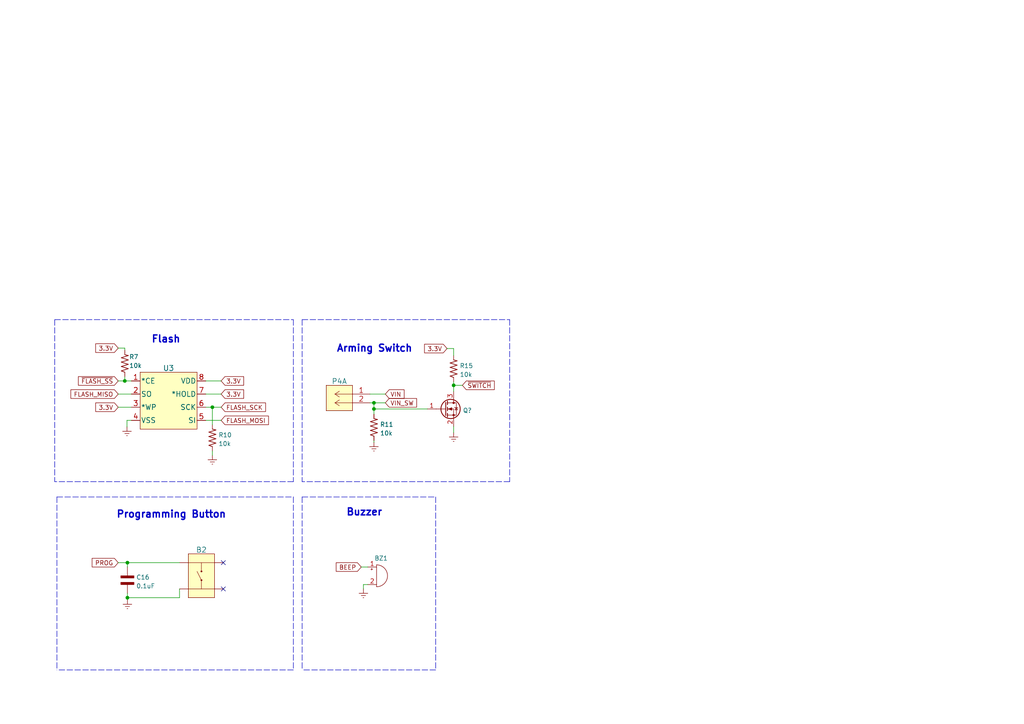
<source format=kicad_sch>
(kicad_sch (version 20211123) (generator eeschema)
  (paper "A4")
  (lib_symbols
    (symbol "Flight-Computer-Lite:2N7002W-7-F" (pin_names hide)
      (property "Reference" "Q" (at 5.08 1.905 0))
      (symbol "2N7002W-7-F_0_1"
        (polyline (pts (xy 0.254 0) (xy -2.54 0)))
        (polyline (pts (xy 0.254 1.905) (xy 0.254 -1.905)) (stroke (width 0.254)))
        (polyline (pts (xy 0.762 -1.27) (xy 0.762 -2.286)) (stroke (width 0.254)))
        (polyline (pts (xy 0.762 0.508) (xy 0.762 -0.508)) (stroke (width 0.254)))
        (polyline (pts (xy 0.762 2.286) (xy 0.762 1.27)) (stroke (width 0.254)))
        (polyline (pts (xy 2.54 2.54) (xy 2.54 1.778)))
        (polyline (pts (xy 2.54 -2.54) (xy 2.54 0) (xy 0.762 0)))
        (polyline (pts (xy 0.762 -1.778) (xy 3.302 -1.778) (xy 3.302 1.778) (xy 0.762 1.778)))
        (polyline (pts (xy 1.016 0) (xy 2.032 0.381) (xy 2.032 -0.381) (xy 1.016 0)) (fill (type outline)))
        (polyline (pts (xy 2.794 0.508) (xy 2.921 0.381) (xy 3.683 0.381) (xy 3.81 0.254)))
        (polyline (pts (xy 3.302 0.381) (xy 2.921 -0.254) (xy 3.683 -0.254) (xy 3.302 0.381)))
        (circle (center 1.651 0) (radius 2.794) (stroke (width 0.254)))
        (circle (center 2.54 -1.778) (radius 0.254) (fill (type outline)))
        (circle (center 2.54 1.778) (radius 0.254) (fill (type outline)))
      )
      (symbol "2N7002W-7-F_1_1"
        (pin input line (at -5.08 0 0) (length 2.54) (name "G") (number "1"))
        (pin passive line (at 2.54 -5.08 90) (length 2.54) (name "S") (number "2"))
        (pin passive line (at 2.54 5.08 270) (length 2.54) (name "D") (number "3"))
      )
    )
    (symbol "Flight-Computer:1984659" (pin_names (offset 0.254) hide)
      (property "Reference" "P" (at 8.89 6.35 0))
      (symbol "1984659_0_1"
        (rectangle (start 5.08 2.54) (end 12.7 -4.826) (stroke (width 0.1524)) (fill (type background)))
      )
      (symbol "1984659_1_1"
        (polyline (pts (xy 10.16 -2.54) (xy 5.08 -2.54)) (stroke (width 0.127)))
        (polyline (pts (xy 10.16 -2.54) (xy 8.89 -3.3782)) (stroke (width 0.127)))
        (polyline (pts (xy 10.16 -2.54) (xy 8.89 -1.7018)) (stroke (width 0.127)))
        (polyline (pts (xy 10.16 0) (xy 5.08 0)) (stroke (width 0.127)))
        (polyline (pts (xy 10.16 0) (xy 8.89 -0.8382)) (stroke (width 0.127)))
        (polyline (pts (xy 10.16 0) (xy 8.89 0.8382)) (stroke (width 0.127)))
        (pin passive line (at 0 0 0) (length 5.08) (name "5") (number "1"))
        (pin passive line (at 0 -2.54 0) (length 5.08) (name "6") (number "2"))
      )
      (symbol "1984659_2_1"
        (polyline (pts (xy 5.08 2.54) (xy 5.08 -4.826)) (stroke (width 0.127)))
        (polyline (pts (xy 10.16 -2.54) (xy 5.08 -2.54)) (stroke (width 0.127)))
        (polyline (pts (xy 10.16 -2.54) (xy 8.89 -3.3782)) (stroke (width 0.127)))
        (polyline (pts (xy 10.16 -2.54) (xy 8.89 -1.7018)) (stroke (width 0.127)))
        (polyline (pts (xy 10.16 0) (xy 5.08 0)) (stroke (width 0.127)))
        (polyline (pts (xy 10.16 0) (xy 8.89 -0.8382)) (stroke (width 0.127)))
        (polyline (pts (xy 10.16 0) (xy 8.89 0.8382)) (stroke (width 0.127)))
        (polyline (pts (xy 12.7 -4.826) (xy 12.7 2.54)) (stroke (width 0.127)))
        (polyline (pts (xy 12.7 2.54) (xy 5.08 2.54)) (stroke (width 0.127)))
        (polyline (pts (xy 5.08 -4.826) (xy 8.382 -4.826) (xy 12.7 -4.826)) (stroke (width 0.127)))
        (pin passive line (at 0 0 0) (length 5.08) (name "5") (number "3"))
        (pin passive line (at 0 -2.54 0) (length 5.08) (name "6") (number "4"))
      )
      (symbol "1984659_3_1"
        (polyline (pts (xy 5.08 2.54) (xy 5.08 -4.826)) (stroke (width 0.127)))
        (polyline (pts (xy 10.16 -2.54) (xy 5.08 -2.54)) (stroke (width 0.127)))
        (polyline (pts (xy 10.16 -2.54) (xy 8.89 -3.3782)) (stroke (width 0.127)))
        (polyline (pts (xy 10.16 -2.54) (xy 8.89 -1.7018)) (stroke (width 0.127)))
        (polyline (pts (xy 10.16 0) (xy 5.08 0)) (stroke (width 0.127)))
        (polyline (pts (xy 10.16 0) (xy 8.89 -0.8382)) (stroke (width 0.127)))
        (polyline (pts (xy 10.16 0) (xy 8.89 0.8382)) (stroke (width 0.127)))
        (polyline (pts (xy 12.7 -4.826) (xy 12.7 2.54)) (stroke (width 0.127)))
        (polyline (pts (xy 12.7 2.54) (xy 5.08 2.54)) (stroke (width 0.127)))
        (polyline (pts (xy 5.08 -4.826) (xy 8.382 -4.826) (xy 12.7 -4.826)) (stroke (width 0.127)))
        (pin passive line (at 0 0 0) (length 5.08) (name "5") (number "5"))
        (pin passive line (at 0 -2.54 0) (length 5.08) (name "6") (number "6"))
      )
    )
    (symbol "Flight-Computer:AT-1438-TWT-R" (pin_names (offset 0.0254) hide)
      (property "Reference" "BZ" (at 3.81 1.27 0))
      (symbol "AT-1438-TWT-R_0_1"
        (arc (start 0 -3.175) (mid 3.175 0) (end 0 3.175))
        (polyline (pts (xy -1.651 1.905) (xy -1.143 1.905)))
        (polyline (pts (xy -1.397 2.159) (xy -1.397 1.651)))
        (polyline (pts (xy 0 3.175) (xy 0 -3.175)))
      )
      (symbol "AT-1438-TWT-R_1_1"
        (pin passive line (at -2.54 2.54 0) (length 2.54) (name "-") (number "1"))
        (pin passive line (at -2.54 -2.54 0) (length 2.54) (name "+") (number "2"))
      )
    )
    (symbol "Flight-Computer:CAP_0603" (pin_numbers hide) (pin_names (offset 1.016) hide)
      (property "Reference" "C" (at -1.27 3.81 0))
      (property "Value" "CAP_0603" (at -3.81 -3.81 0))
      (symbol "CAP_0603_0_0"
        (rectangle (start -1.27 -1.905) (end -0.635 1.905) (fill (type outline)))
        (rectangle (start 0.635 -1.905) (end 1.27 1.905) (fill (type outline)))
        (pin passive line (at 3.81 0 180) (length 2.54) (name "~") (number "1"))
        (pin passive line (at -3.81 0 0) (length 2.54) (name "~") (number "2"))
      )
    )
    (symbol "Flight-Computer:Earth" (power) (pin_names (offset 0))
      (symbol "Earth_0_1"
        (polyline (pts (xy -0.635 -1.905) (xy 0.635 -1.905)))
        (polyline (pts (xy -0.127 -2.54) (xy 0.127 -2.54)))
        (polyline (pts (xy 0 -1.27) (xy 0 0)))
        (polyline (pts (xy 1.27 -1.27) (xy -1.27 -1.27)))
      )
      (symbol "Earth_1_1"
        (pin power_in line (at 0 0 270) (length 0) hide (name "Earth") (number "1"))
      )
    )
    (symbol "Flight-Computer:PTS647SM38SMTR2LFS" (pin_numbers hide) (pin_names (offset 0.254) hide)
      (property "Reference" "B" (at -1.27 8.89 0))
      (symbol "PTS647SM38SMTR2LFS_0_1"
        (rectangle (start -3.81 6.35) (end 3.81 -6.35) (stroke (width 0.1524)) (fill (type background)))
      )
      (symbol "PTS647SM38SMTR2LFS_1_1"
        (circle (center 0 -1.27) (radius 0.127) (stroke (width 0.254)))
        (polyline (pts (xy -3.81 -3.81) (xy 3.81 -3.81)) (stroke (width 0.127)))
        (polyline (pts (xy -3.81 3.81) (xy 3.81 3.81)) (stroke (width 0.127)))
        (polyline (pts (xy 0 -1.27) (xy -1.27 1.27)) (stroke (width 0.127)))
        (polyline (pts (xy 0 -1.27) (xy 0 -3.81)) (stroke (width 0.127)))
        (polyline (pts (xy 0 3.81) (xy 0 1.27)) (stroke (width 0.127)))
        (circle (center 0 1.27) (radius 0.127) (stroke (width 0.254)))
        (arc (start 0.127 -1.27) (mid -0.127 -1.27) (end 0.127 -1.27) (stroke (width 0.254)))
        (arc (start 0.127 1.27) (mid -0.127 1.27) (end 0.127 1.27) (stroke (width 0.254)))
        (pin passive line (at -6.35 -3.81 0) (length 2.54) (name "1") (number "1"))
        (pin passive line (at 6.35 3.81 180) (length 2.54) (name "2") (number "2"))
        (pin passive line (at -6.35 3.81 0) (length 2.54) (name "3") (number "3"))
        (pin passive line (at 6.35 -3.81 180) (length 2.54) (name "4") (number "4"))
      )
    )
    (symbol "Flight-Computer:RES_0603" (pin_numbers hide) (pin_names (offset 1.016) hide)
      (property "Reference" "R" (at -1.27 1.27 0))
      (property "Value" "RES_0603" (at -3.81 -2.54 0))
      (symbol "RES_0603_0_0"
        (polyline (pts (xy -2.54 0) (xy -2.159 1.016)) (stroke (width 0.2032)))
        (polyline (pts (xy -2.159 1.016) (xy -1.524 -1.016)) (stroke (width 0.2032)))
        (polyline (pts (xy -1.524 -1.016) (xy -0.889 1.016)) (stroke (width 0.2032)))
        (polyline (pts (xy -0.889 1.016) (xy -0.254 -1.016)) (stroke (width 0.2032)))
        (polyline (pts (xy -0.254 -1.016) (xy 0.381 1.016)) (stroke (width 0.2032)))
        (polyline (pts (xy 0.381 1.016) (xy 1.016 -1.016)) (stroke (width 0.2032)))
        (polyline (pts (xy 1.016 -1.016) (xy 1.651 1.016)) (stroke (width 0.2032)))
        (polyline (pts (xy 1.651 1.016) (xy 2.286 -1.016)) (stroke (width 0.2032)))
        (polyline (pts (xy 2.286 -1.016) (xy 2.54 0)) (stroke (width 0.2032)))
        (pin passive line (at -3.81 0 0) (length 1.27) (name "~") (number "1"))
        (pin passive line (at 3.81 0 180) (length 1.27) (name "~") (number "2"))
      )
    )
    (symbol "Flight-Computer:SST25VF040B-50-4I-S2AE-T" (pin_names (offset 0.254))
      (property "Reference" "U" (at -2.54 6.35 0))
      (symbol "SST25VF040B-50-4I-S2AE-T_1_1"
        (rectangle (start -8.89 5.08) (end 7.62 -11.43) (stroke (width 0.1524)) (fill (type background)))
        (pin input line (at -11.43 2.54 0) (length 2.54) (name "*CE") (number "1"))
        (pin output line (at -11.43 -1.27 0) (length 2.54) (name "SO") (number "2"))
        (pin input line (at -11.43 -5.08 0) (length 2.54) (name "*WP") (number "3"))
        (pin power_in line (at -11.43 -8.89 0) (length 2.54) (name "VSS") (number "4"))
        (pin input line (at 10.16 -8.89 180) (length 2.54) (name "SI") (number "5"))
        (pin input line (at 10.16 -5.08 180) (length 2.54) (name "SCK") (number "6"))
        (pin input line (at 10.16 -1.27 180) (length 2.54) (name "*HOLD") (number "7"))
        (pin power_in line (at 10.16 2.54 180) (length 2.54) (name "VDD") (number "8"))
      )
    )
  )
  (junction (at 36.195 110.49))
  (junction (at 61.595 118.11))
  (junction (at 131.572 111.76))
  (junction (at 36.957 173.355))
  (junction (at 36.957 163.195))
  (junction (at 108.458 118.618))
  (junction (at 108.458 116.84))
  (no_connect (at 64.77 170.815))
  (no_connect (at 64.77 163.195))
  (wire (pts (xy 108.458 116.84) (xy 108.458 118.618)))
  (wire (pts (xy 34.29 110.49) (xy 36.195 110.49)))
  (polyline (pts (xy 87.63 144.145) (xy 126.365 144.145)))
  (polyline (pts (xy 87.63 92.71) (xy 87.63 139.7)))
  (wire (pts (xy 131.572 110.744) (xy 131.572 111.76)))
  (wire (pts (xy 36.195 100.965) (xy 36.195 101.6)))
  (wire (pts (xy 61.595 130.81) (xy 61.595 132.08)))
  (wire (pts (xy 36.957 172.085) (xy 36.957 173.355)))
  (wire (pts (xy 59.69 114.3) (xy 64.135 114.3)))
  (wire (pts (xy 131.572 111.76) (xy 131.572 113.538)))
  (polyline (pts (xy 87.63 92.71) (xy 147.828 92.71)))
  (wire (pts (xy 36.957 173.355) (xy 52.07 173.355)))
  (wire (pts (xy 104.775 164.465) (xy 106.68 164.465)))
  (wire (pts (xy 36.195 109.22) (xy 36.195 110.49)))
  (polyline (pts (xy 87.63 144.145) (xy 87.63 194.31)))
  (wire (pts (xy 108.458 118.618) (xy 108.458 120.142)))
  (wire (pts (xy 38.1 121.92) (xy 36.83 121.92)))
  (wire (pts (xy 131.572 101.092) (xy 131.572 103.124)))
  (wire (pts (xy 105.41 169.545) (xy 105.41 170.815)))
  (polyline (pts (xy 16.51 144.145) (xy 16.51 194.31)))
  (polyline (pts (xy 147.828 92.71) (xy 147.828 139.7)))
  (polyline (pts (xy 85.09 194.31) (xy 16.51 194.31)))
  (wire (pts (xy 34.29 118.11) (xy 38.1 118.11)))
  (polyline (pts (xy 126.365 144.145) (xy 126.365 194.31)))
  (wire (pts (xy 59.69 118.11) (xy 61.595 118.11)))
  (polyline (pts (xy 147.828 139.7) (xy 87.63 139.7)))
  (wire (pts (xy 107.315 114.3) (xy 111.76 114.3)))
  (wire (pts (xy 36.957 163.195) (xy 52.07 163.195)))
  (wire (pts (xy 131.572 111.76) (xy 134.112 111.76)))
  (polyline (pts (xy 15.875 92.71) (xy 15.875 139.7)))
  (wire (pts (xy 107.315 116.84) (xy 108.458 116.84)))
  (wire (pts (xy 36.957 173.355) (xy 36.957 173.99)))
  (polyline (pts (xy 85.09 139.7) (xy 15.875 139.7)))
  (polyline (pts (xy 85.09 92.71) (xy 85.09 139.7)))
  (wire (pts (xy 131.572 123.698) (xy 131.572 125.476)))
  (polyline (pts (xy 16.51 144.145) (xy 85.09 144.145)))
  (wire (pts (xy 34.29 163.195) (xy 36.957 163.195)))
  (wire (pts (xy 36.957 164.465) (xy 36.957 163.195)))
  (polyline (pts (xy 126.365 194.31) (xy 87.63 194.31)))
  (wire (pts (xy 59.69 121.92) (xy 64.135 121.92)))
  (wire (pts (xy 34.29 114.3) (xy 38.1 114.3)))
  (wire (pts (xy 108.458 128.27) (xy 108.458 127.762)))
  (wire (pts (xy 61.595 118.11) (xy 61.595 123.19)))
  (wire (pts (xy 106.68 169.545) (xy 105.41 169.545)))
  (wire (pts (xy 36.83 121.92) (xy 36.83 123.825)))
  (wire (pts (xy 129.667 101.092) (xy 131.572 101.092)))
  (wire (pts (xy 34.29 100.965) (xy 36.195 100.965)))
  (wire (pts (xy 108.458 118.618) (xy 123.952 118.618)))
  (wire (pts (xy 52.07 170.815) (xy 52.07 173.355)))
  (polyline (pts (xy 15.875 92.71) (xy 85.09 92.71)))
  (wire (pts (xy 108.458 116.84) (xy 111.76 116.84)))
  (polyline (pts (xy 85.09 144.145) (xy 85.09 194.31)))
  (wire (pts (xy 36.195 110.49) (xy 38.1 110.49)))
  (wire (pts (xy 59.69 110.49) (xy 64.135 110.49)))
  (wire (pts (xy 61.595 118.11) (xy 64.135 118.11)))
  (text "Arming Switch" (at 97.536 102.362 0) (effects (font (size 2.032 2.032) (thickness 0.4064) bold) (justify left bottom)))
  (text "Buzzer" (at 100.33 149.86 0) (effects (font (size 2.032 2.032) (thickness 0.4064) bold) (justify left bottom)))
  (text "Programming Button" (at 33.655 150.495 0) (effects (font (size 2.032 2.032) (thickness 0.4064) bold) (justify left bottom)))
  (text "Flash" (at 43.815 99.695 0) (effects (font (size 2.032 2.032) (thickness 0.4064) bold) (justify left bottom)))
  (global_label "~{SWITCH}" (shape input) (at 134.112 111.76 0) (property "Intersheet References" "${INTERSHEET_REFS}" (effects hide)))
  (global_label "VIN_SW" (shape input) (at 111.76 116.84 0) (property "Intersheet References" "${INTERSHEET_REFS}" (effects hide)))
  (global_label "3.3V" (shape input) (at 64.135 114.3 0) (property "Intersheet References" "${INTERSHEET_REFS}" (effects hide)))
  (global_label "BEEP" (shape input) (at 104.775 164.465 180) (property "Intersheet References" "${INTERSHEET_REFS}" (effects hide)))
  (global_label "3.3V" (shape input) (at 34.29 100.965 180) (property "Intersheet References" "${INTERSHEET_REFS}" (effects hide)))
  (global_label "FLASH_SCK" (shape input) (at 64.135 118.11 0) (property "Intersheet References" "${INTERSHEET_REFS}" (effects hide)))
  (global_label "~{FLASH_SS}" (shape input) (at 34.29 110.49 180) (property "Intersheet References" "${INTERSHEET_REFS}" (effects hide)))
  (global_label "3.3V" (shape input) (at 129.667 101.092 180) (property "Intersheet References" "${INTERSHEET_REFS}" (effects hide)))
  (global_label "FLASH_MOSI" (shape input) (at 64.135 121.92 0) (property "Intersheet References" "${INTERSHEET_REFS}" (effects hide)))
  (global_label "PROG" (shape input) (at 34.29 163.195 180) (property "Intersheet References" "${INTERSHEET_REFS}" (effects hide)))
  (global_label "3.3V" (shape input) (at 34.29 118.11 180) (property "Intersheet References" "${INTERSHEET_REFS}" (effects hide)))
  (global_label "VIN" (shape input) (at 111.76 114.3 0) (property "Intersheet References" "${INTERSHEET_REFS}" (effects hide)))
  (global_label "3.3V" (shape input) (at 64.135 110.49 0) (property "Intersheet References" "${INTERSHEET_REFS}" (effects hide)))
  (global_label "FLASH_MISO" (shape input) (at 34.29 114.3 180) (property "Intersheet References" "${INTERSHEET_REFS}" (effects hide)))
  (symbol (lib_id "Flight-Computer:SST25VF040B-50-4I-S2AE-T") (at 49.53 113.03 0) (unit 1)
    (property "Reference" "U3" (at 48.895 106.7831 0) (effects (font (size 1.524 1.524))))
    (property "Value" "SST25VF040B-50-4I-S2AE-T" (effects hide))
    (property "Footprint" "Flight-Computer-Lite:SST25VF040B-50-4I-S2AE-T" (effects hide))
  )
  (symbol (lib_id "Flight-Computer:RES_0603") (at 131.572 106.934 90) (unit 1)
    (property "Reference" "R15" (at 133.3246 106.0993 90) (effects (justify right)))
    (property "Value" "10k" (at 133.3246 108.6362 90) (effects (justify right)))
    (property "Footprint" "Flight-Computer-Lite:RES_0603" (effects hide))
  )
  (symbol (lib_id "Flight-Computer:1984659") (at 107.315 114.3 0) (mirror y) (unit 1)
    (property "Reference" "P4" (at 98.425 110.5931 0) (effects (font (size 1.524 1.524))))
    (property "Value" "1984659" (effects hide))
    (property "Footprint" "Flight-Computer-Lite:1984659" (effects hide))
  )
  (symbol (lib_id "Flight-Computer:AT-1438-TWT-R") (at 109.22 167.005 0) (unit 1)
    (property "Reference" "BZ1" (at 108.585 161.925 0) (effects (justify left)))
    (property "Value" "AT-1438-TWT-R" (effects hide))
    (property "Footprint" "Flight-Computer-Lite:AT-1438-TWT-R" (effects hide))
  )
  (symbol (lib_id "Flight-Computer:Earth") (at 131.572 125.476 0) (unit 1)
    (property "Reference" "#PWR?" (effects hide))
    (property "Value" "Earth" (effects hide))
  )
  (symbol (lib_id "Flight-Computer:Earth") (at 36.83 123.825 0) (unit 1)
    (property "Reference" "#PWR014" (effects hide))
    (property "Value" "Earth" (effects hide))
  )
  (symbol (lib_id "Flight-Computer:RES_0603") (at 61.595 127 90) (unit 1)
    (property "Reference" "R10" (at 63.3476 126.1653 90) (effects (justify right)))
    (property "Value" "10k" (at 63.3476 128.7022 90) (effects (justify right)))
    (property "Footprint" "Flight-Computer-Lite:RES_0603" (effects hide))
  )
  (symbol (lib_id "Flight-Computer:RES_0603") (at 36.195 105.41 90) (unit 1)
    (property "Reference" "R7" (at 37.465 103.505 90) (effects (justify right)))
    (property "Value" "10k" (at 37.465 106.045 90) (effects (justify right)))
    (property "Footprint" "Flight-Computer-Lite:RES_0603" (effects hide))
  )
  (symbol (lib_id "Flight-Computer:Earth") (at 61.595 132.08 0) (unit 1)
    (property "Reference" "#PWR018" (effects hide))
    (property "Value" "Earth" (effects hide))
  )
  (symbol (lib_id "Flight-Computer:CAP_0603") (at 36.957 168.275 90) (unit 1)
    (property "Reference" "C16" (at 39.497 167.4403 90) (effects (justify right)))
    (property "Value" "0.1uF" (at 39.497 169.9772 90) (effects (justify right)))
    (property "Footprint" "Flight-Computer-Lite:CAP_0603" (effects hide))
  )
  (symbol (lib_id "Flight-Computer-Lite:2N7002W-7-F") (at 129.032 118.618 0) (unit 1)
    (property "Reference" "Q?" (at 134.239 119.0518 0) (effects (justify left)))
    (property "Value" "2N7002W-7-F" (effects hide))
    (property "Footprint" "Flight-Computer-Lite:QS5U17TR" (effects hide))
    (property "Datasheet" "https://www.onsemi.com/pub/Collateral/NDS7002A-D.PDF" (effects hide))
  )
  (symbol (lib_id "Flight-Computer:Earth") (at 36.957 173.99 0) (unit 1)
    (property "Reference" "#PWR015" (effects hide))
    (property "Value" "Earth" (effects hide))
  )
  (symbol (lib_id "Flight-Computer:Earth") (at 105.41 170.815 0) (unit 1)
    (property "Reference" "#PWR021" (effects hide))
    (property "Value" "Earth" (effects hide))
  )
  (symbol (lib_id "Flight-Computer:PTS647SM38SMTR2LFS") (at 58.42 167.005 0) (unit 1)
    (property "Reference" "B2" (at 58.42 159.4881 0) (effects (font (size 1.524 1.524))))
    (property "Value" "PTS647SM38SMTR2LFS" (effects hide))
    (property "Footprint" "Flight-Computer-Lite:PTS647SM38SMTR2LFS" (effects hide))
  )
  (symbol (lib_id "Flight-Computer:Earth") (at 108.458 128.27 0) (unit 1)
    (property "Reference" "#PWR023" (effects hide))
    (property "Value" "Earth" (effects hide))
  )
  (symbol (lib_id "Flight-Computer:RES_0603") (at 108.458 123.952 90) (unit 1)
    (property "Reference" "R11" (at 110.2106 123.1173 90) (effects (justify right)))
    (property "Value" "10k" (at 110.2106 125.6542 90) (effects (justify right)))
    (property "Footprint" "Flight-Computer-Lite:RES_0603" (effects hide))
  )
)
</source>
